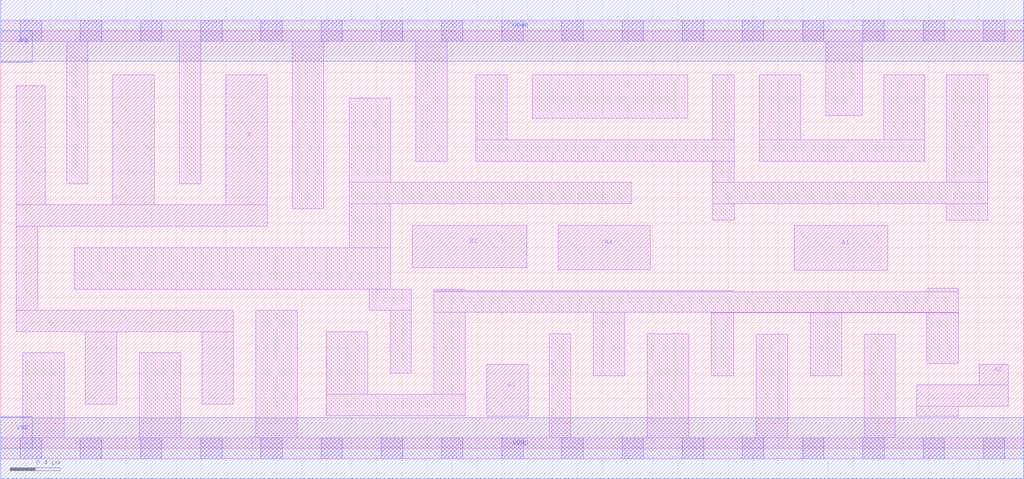
<source format=lef>
# Copyright 2020 The SkyWater PDK Authors
#
# Licensed under the Apache License, Version 2.0 (the "License");
# you may not use this file except in compliance with the License.
# You may obtain a copy of the License at
#
#     https://www.apache.org/licenses/LICENSE-2.0
#
# Unless required by applicable law or agreed to in writing, software
# distributed under the License is distributed on an "AS IS" BASIS,
# WITHOUT WARRANTIES OR CONDITIONS OF ANY KIND, either express or implied.
# See the License for the specific language governing permissions and
# limitations under the License.
#
# SPDX-License-Identifier: Apache-2.0

VERSION 5.5 ;
NAMESCASESENSITIVE ON ;
BUSBITCHARS "[]" ;
DIVIDERCHAR "/" ;
MACRO sky130_fd_sc_hs__o41a_4
  CLASS CORE ;
  SOURCE USER ;
  ORIGIN  0.000000  0.000000 ;
  SIZE  8.160000 BY  3.330000 ;
  SYMMETRY X Y ;
  SITE unit ;
  PIN A1
    ANTENNAGATEAREA  0.528000 ;
    DIRECTION INPUT ;
    USE SIGNAL ;
    PORT
      LAYER li1 ;
        RECT 6.330000 1.420000 7.075000 1.780000 ;
    END
  END A1
  PIN A2
    ANTENNAGATEAREA  0.528000 ;
    DIRECTION INPUT ;
    USE SIGNAL ;
    PORT
      LAYER li1 ;
        RECT 7.305000 0.255000 7.635000 0.335000 ;
        RECT 7.305000 0.335000 8.035000 0.505000 ;
        RECT 7.805000 0.505000 8.035000 0.670000 ;
    END
  END A2
  PIN A3
    ANTENNAGATEAREA  0.528000 ;
    DIRECTION INPUT ;
    USE SIGNAL ;
    PORT
      LAYER li1 ;
        RECT 3.875000 0.255000 4.205000 0.670000 ;
    END
  END A3
  PIN A4
    ANTENNAGATEAREA  0.528000 ;
    DIRECTION INPUT ;
    USE SIGNAL ;
    PORT
      LAYER li1 ;
        RECT 4.445000 1.425000 5.180000 1.780000 ;
    END
  END A4
  PIN B1
    ANTENNAGATEAREA  0.444000 ;
    DIRECTION INPUT ;
    USE SIGNAL ;
    PORT
      LAYER li1 ;
        RECT 3.280000 1.440000 4.195000 1.780000 ;
    END
  END B1
  PIN X
    ANTENNADIFFAREA  1.086400 ;
    DIRECTION OUTPUT ;
    USE SIGNAL ;
    PORT
      LAYER li1 ;
        RECT 0.125000 0.930000 1.855000 1.100000 ;
        RECT 0.125000 1.100000 0.295000 1.770000 ;
        RECT 0.125000 1.770000 2.125000 1.940000 ;
        RECT 0.125000 1.940000 0.355000 2.890000 ;
        RECT 0.675000 0.350000 0.925000 0.930000 ;
        RECT 0.895000 1.940000 1.225000 2.980000 ;
        RECT 1.605000 0.350000 1.855000 0.930000 ;
        RECT 1.795000 1.940000 2.125000 2.980000 ;
    END
  END X
  PIN VGND
    DIRECTION INOUT ;
    USE GROUND ;
    PORT
      LAYER met1 ;
        RECT 0.000000 -0.245000 8.160000 0.245000 ;
    END
  END VGND
  PIN VNB
    DIRECTION INOUT ;
    USE GROUND ;
    PORT
      LAYER met1 ;
        RECT 0.000000 0.000000 0.250000 0.250000 ;
    END
  END VNB
  PIN VPB
    DIRECTION INOUT ;
    USE POWER ;
    PORT
      LAYER met1 ;
        RECT 0.000000 3.080000 0.250000 3.330000 ;
    END
  END VPB
  PIN VPWR
    DIRECTION INOUT ;
    USE POWER ;
    PORT
      LAYER met1 ;
        RECT 0.000000 3.085000 8.160000 3.575000 ;
    END
  END VPWR
  OBS
    LAYER li1 ;
      RECT 0.000000 -0.085000 8.160000 0.085000 ;
      RECT 0.000000  3.245000 8.160000 3.415000 ;
      RECT 0.175000  0.085000 0.505000 0.760000 ;
      RECT 0.525000  2.110000 0.695000 3.245000 ;
      RECT 0.585000  1.270000 3.110000 1.600000 ;
      RECT 1.105000  0.085000 1.435000 0.760000 ;
      RECT 1.425000  2.110000 1.595000 3.245000 ;
      RECT 2.035000  0.085000 2.365000 1.100000 ;
      RECT 2.325000  1.910000 2.575000 3.245000 ;
      RECT 2.595000  0.260000 3.705000 0.430000 ;
      RECT 2.595000  0.430000 2.925000 0.930000 ;
      RECT 2.780000  1.600000 3.110000 1.950000 ;
      RECT 2.780000  1.950000 5.030000 2.120000 ;
      RECT 2.780000  2.120000 3.110000 2.790000 ;
      RECT 2.940000  1.100000 3.275000 1.270000 ;
      RECT 3.105000  0.600000 3.275000 1.100000 ;
      RECT 3.310000  2.290000 3.560000 3.245000 ;
      RECT 3.455000  0.430000 3.705000 1.085000 ;
      RECT 3.455000  1.085000 7.635000 1.250000 ;
      RECT 3.455000  1.250000 5.845000 1.255000 ;
      RECT 3.455000  1.255000 3.705000 1.270000 ;
      RECT 3.790000  2.290000 5.850000 2.460000 ;
      RECT 3.790000  2.460000 4.040000 2.980000 ;
      RECT 4.240000  2.630000 5.480000 2.980000 ;
      RECT 4.375000  0.085000 4.545000 0.915000 ;
      RECT 4.725000  0.580000 4.975000 1.085000 ;
      RECT 5.155000  0.085000 5.485000 0.915000 ;
      RECT 5.665000  0.580000 5.845000 1.080000 ;
      RECT 5.665000  1.080000 7.635000 1.085000 ;
      RECT 5.680000  1.820000 5.850000 1.950000 ;
      RECT 5.680000  1.950000 7.870000 2.120000 ;
      RECT 5.680000  2.120000 5.850000 2.290000 ;
      RECT 5.680000  2.460000 5.850000 2.980000 ;
      RECT 6.025000  0.085000 6.275000 0.910000 ;
      RECT 6.050000  2.290000 7.370000 2.460000 ;
      RECT 6.050000  2.460000 6.380000 2.980000 ;
      RECT 6.455000  0.580000 6.705000 1.080000 ;
      RECT 6.580000  2.650000 6.870000 3.245000 ;
      RECT 6.885000  0.085000 7.135000 0.910000 ;
      RECT 7.040000  2.460000 7.370000 2.980000 ;
      RECT 7.385000  0.675000 7.635000 1.080000 ;
      RECT 7.385000  1.250000 7.635000 1.275000 ;
      RECT 7.540000  1.820000 7.870000 1.950000 ;
      RECT 7.540000  2.120000 7.870000 2.980000 ;
    LAYER mcon ;
      RECT 0.155000 -0.085000 0.325000 0.085000 ;
      RECT 0.155000  3.245000 0.325000 3.415000 ;
      RECT 0.635000 -0.085000 0.805000 0.085000 ;
      RECT 0.635000  3.245000 0.805000 3.415000 ;
      RECT 1.115000 -0.085000 1.285000 0.085000 ;
      RECT 1.115000  3.245000 1.285000 3.415000 ;
      RECT 1.595000 -0.085000 1.765000 0.085000 ;
      RECT 1.595000  3.245000 1.765000 3.415000 ;
      RECT 2.075000 -0.085000 2.245000 0.085000 ;
      RECT 2.075000  3.245000 2.245000 3.415000 ;
      RECT 2.555000 -0.085000 2.725000 0.085000 ;
      RECT 2.555000  3.245000 2.725000 3.415000 ;
      RECT 3.035000 -0.085000 3.205000 0.085000 ;
      RECT 3.035000  3.245000 3.205000 3.415000 ;
      RECT 3.515000 -0.085000 3.685000 0.085000 ;
      RECT 3.515000  3.245000 3.685000 3.415000 ;
      RECT 3.995000 -0.085000 4.165000 0.085000 ;
      RECT 3.995000  3.245000 4.165000 3.415000 ;
      RECT 4.475000 -0.085000 4.645000 0.085000 ;
      RECT 4.475000  3.245000 4.645000 3.415000 ;
      RECT 4.955000 -0.085000 5.125000 0.085000 ;
      RECT 4.955000  3.245000 5.125000 3.415000 ;
      RECT 5.435000 -0.085000 5.605000 0.085000 ;
      RECT 5.435000  3.245000 5.605000 3.415000 ;
      RECT 5.915000 -0.085000 6.085000 0.085000 ;
      RECT 5.915000  3.245000 6.085000 3.415000 ;
      RECT 6.395000 -0.085000 6.565000 0.085000 ;
      RECT 6.395000  3.245000 6.565000 3.415000 ;
      RECT 6.875000 -0.085000 7.045000 0.085000 ;
      RECT 6.875000  3.245000 7.045000 3.415000 ;
      RECT 7.355000 -0.085000 7.525000 0.085000 ;
      RECT 7.355000  3.245000 7.525000 3.415000 ;
      RECT 7.835000 -0.085000 8.005000 0.085000 ;
      RECT 7.835000  3.245000 8.005000 3.415000 ;
  END
END sky130_fd_sc_hs__o41a_4

</source>
